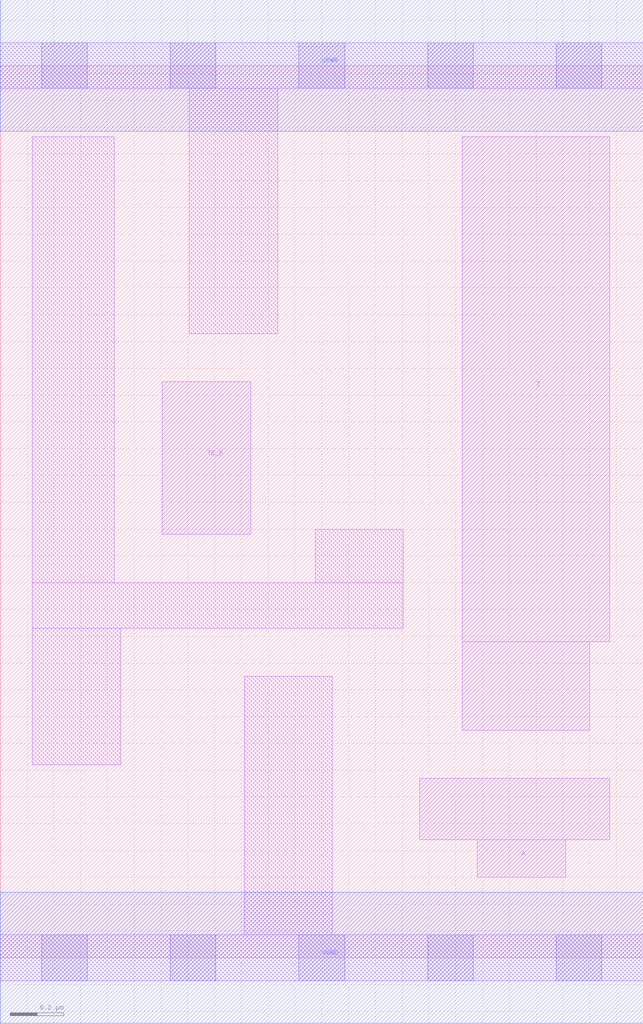
<source format=lef>
# Copyright 2020 The SkyWater PDK Authors
#
# Licensed under the Apache License, Version 2.0 (the "License");
# you may not use this file except in compliance with the License.
# You may obtain a copy of the License at
#
#     https://www.apache.org/licenses/LICENSE-2.0
#
# Unless required by applicable law or agreed to in writing, software
# distributed under the License is distributed on an "AS IS" BASIS,
# WITHOUT WARRANTIES OR CONDITIONS OF ANY KIND, either express or implied.
# See the License for the specific language governing permissions and
# limitations under the License.
#
# SPDX-License-Identifier: Apache-2.0

VERSION 5.7 ;
  NAMESCASESENSITIVE ON ;
  NOWIREEXTENSIONATPIN ON ;
  DIVIDERCHAR "/" ;
  BUSBITCHARS "[]" ;
UNITS
  DATABASE MICRONS 200 ;
END UNITS
MACRO sky130_fd_sc_lp__einvn_lp
  CLASS CORE ;
  SOURCE USER ;
  FOREIGN sky130_fd_sc_lp__einvn_lp ;
  ORIGIN  0.000000  0.000000 ;
  SIZE  2.400000 BY  3.330000 ;
  SYMMETRY X Y R90 ;
  SITE unit ;
  PIN A
    ANTENNAGATEAREA  0.313000 ;
    DIRECTION INPUT ;
    USE SIGNAL ;
    PORT
      LAYER li1 ;
        RECT 1.565000 0.440000 2.275000 0.670000 ;
        RECT 1.780000 0.300000 2.110000 0.440000 ;
    END
  END A
  PIN TE_B
    ANTENNAGATEAREA  0.626000 ;
    DIRECTION INPUT ;
    USE SIGNAL ;
    PORT
      LAYER li1 ;
        RECT 0.605000 1.580000 0.935000 2.150000 ;
    END
  END TE_B
  PIN Z
    ANTENNADIFFAREA  0.404700 ;
    DIRECTION OUTPUT ;
    USE SIGNAL ;
    PORT
      LAYER li1 ;
        RECT 1.725000 0.850000 2.200000 1.180000 ;
        RECT 1.725000 1.180000 2.275000 3.065000 ;
    END
  END Z
  PIN VGND
    DIRECTION INOUT ;
    USE GROUND ;
    PORT
      LAYER met1 ;
        RECT 0.000000 -0.245000 2.400000 0.245000 ;
    END
  END VGND
  PIN VPWR
    DIRECTION INOUT ;
    USE POWER ;
    PORT
      LAYER met1 ;
        RECT 0.000000 3.085000 2.400000 3.575000 ;
    END
  END VPWR
  OBS
    LAYER li1 ;
      RECT 0.000000 -0.085000 2.400000 0.085000 ;
      RECT 0.000000  3.245000 2.400000 3.415000 ;
      RECT 0.120000  0.720000 0.450000 1.230000 ;
      RECT 0.120000  1.230000 1.505000 1.400000 ;
      RECT 0.120000  1.400000 0.425000 3.065000 ;
      RECT 0.705000  2.330000 1.035000 3.245000 ;
      RECT 0.910000  0.085000 1.240000 1.050000 ;
      RECT 1.175000  1.400000 1.505000 1.600000 ;
    LAYER mcon ;
      RECT 0.155000 -0.085000 0.325000 0.085000 ;
      RECT 0.155000  3.245000 0.325000 3.415000 ;
      RECT 0.635000 -0.085000 0.805000 0.085000 ;
      RECT 0.635000  3.245000 0.805000 3.415000 ;
      RECT 1.115000 -0.085000 1.285000 0.085000 ;
      RECT 1.115000  3.245000 1.285000 3.415000 ;
      RECT 1.595000 -0.085000 1.765000 0.085000 ;
      RECT 1.595000  3.245000 1.765000 3.415000 ;
      RECT 2.075000 -0.085000 2.245000 0.085000 ;
      RECT 2.075000  3.245000 2.245000 3.415000 ;
  END
END sky130_fd_sc_lp__einvn_lp

</source>
